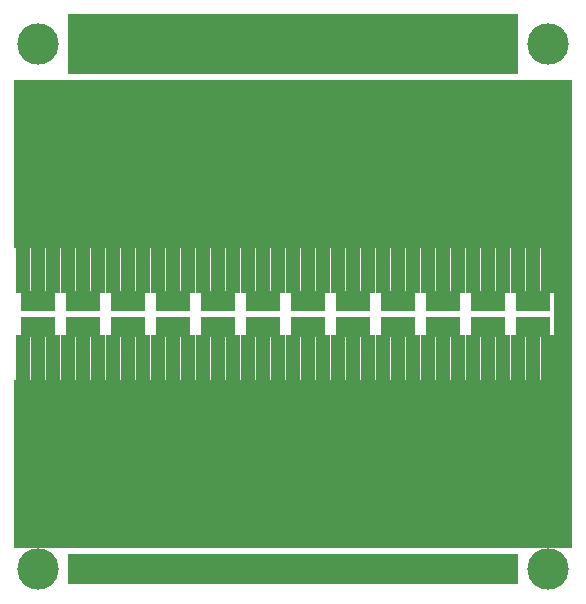
<source format=gts>
G04 (created by PCBNEW (2013-mar-13)-testing) date Sat 04 Jan 2014 11:19:26 PM CET*
%MOIN*%
G04 Gerber Fmt 3.4, Leading zero omitted, Abs format*
%FSLAX34Y34*%
G01*
G70*
G90*
G04 APERTURE LIST*
%ADD10C,0.005906*%
%ADD11R,0.042800X0.067200*%
%ADD12R,0.098700X0.098700*%
%ADD13R,0.059400X0.059400*%
%ADD14R,0.047000X0.161732*%
%ADD15C,0.138110*%
G04 APERTURE END LIST*
G54D10*
G54D11*
X51126Y-37933D03*
X51500Y-37933D03*
X51874Y-37933D03*
X51874Y-37067D03*
X51500Y-37067D03*
X51126Y-37067D03*
X60126Y-37933D03*
X60500Y-37933D03*
X60874Y-37933D03*
X60874Y-37067D03*
X60500Y-37067D03*
X60126Y-37067D03*
X67626Y-37933D03*
X68000Y-37933D03*
X68374Y-37933D03*
X68374Y-37067D03*
X68000Y-37067D03*
X67626Y-37067D03*
X66126Y-37933D03*
X66500Y-37933D03*
X66874Y-37933D03*
X66874Y-37067D03*
X66500Y-37067D03*
X66126Y-37067D03*
X64626Y-37933D03*
X65000Y-37933D03*
X65374Y-37933D03*
X65374Y-37067D03*
X65000Y-37067D03*
X64626Y-37067D03*
X63126Y-37933D03*
X63500Y-37933D03*
X63874Y-37933D03*
X63874Y-37067D03*
X63500Y-37067D03*
X63126Y-37067D03*
X61626Y-37933D03*
X62000Y-37933D03*
X62374Y-37933D03*
X62374Y-37067D03*
X62000Y-37067D03*
X61626Y-37067D03*
X58626Y-37933D03*
X59000Y-37933D03*
X59374Y-37933D03*
X59374Y-37067D03*
X59000Y-37067D03*
X58626Y-37067D03*
X57126Y-37933D03*
X57500Y-37933D03*
X57874Y-37933D03*
X57874Y-37067D03*
X57500Y-37067D03*
X57126Y-37067D03*
X55626Y-37933D03*
X56000Y-37933D03*
X56374Y-37933D03*
X56374Y-37067D03*
X56000Y-37067D03*
X55626Y-37067D03*
X54126Y-37933D03*
X54500Y-37933D03*
X54874Y-37933D03*
X54874Y-37067D03*
X54500Y-37067D03*
X54126Y-37067D03*
X52626Y-37933D03*
X53000Y-37933D03*
X53374Y-37933D03*
X53374Y-37067D03*
X53000Y-37067D03*
X52626Y-37067D03*
G54D12*
X53000Y-28000D03*
X54000Y-28000D03*
X55000Y-28000D03*
X56000Y-28000D03*
X57000Y-28000D03*
X58000Y-28000D03*
X59000Y-28000D03*
X60000Y-28000D03*
X61000Y-28000D03*
X62000Y-28000D03*
X63000Y-28000D03*
X64000Y-28000D03*
X65000Y-28000D03*
X66000Y-28000D03*
X67000Y-28000D03*
X63000Y-46000D03*
X64000Y-46000D03*
X62000Y-46000D03*
X61000Y-46000D03*
X60000Y-46000D03*
X59000Y-46000D03*
X58000Y-46000D03*
X53000Y-46000D03*
X54000Y-46000D03*
X55000Y-46000D03*
X56000Y-46000D03*
X57000Y-46000D03*
X65000Y-46000D03*
X66000Y-46000D03*
X67000Y-46000D03*
G54D13*
X51500Y-44500D03*
X51000Y-44500D03*
X51000Y-40000D03*
X51500Y-30500D03*
X51000Y-30500D03*
X52000Y-30500D03*
X52500Y-30500D03*
X53000Y-30500D03*
X53500Y-30500D03*
X54000Y-30500D03*
X54500Y-30500D03*
X55000Y-30500D03*
X55500Y-30500D03*
X57000Y-30500D03*
X57500Y-30500D03*
X58000Y-30500D03*
X58500Y-30500D03*
X59000Y-30500D03*
X59500Y-30500D03*
X60000Y-30500D03*
X60500Y-30500D03*
X61000Y-30500D03*
X62500Y-30500D03*
X63500Y-30500D03*
X64000Y-30500D03*
X66500Y-30500D03*
X67000Y-30500D03*
X68000Y-30500D03*
X56000Y-30500D03*
X68500Y-30500D03*
X67500Y-30500D03*
X66000Y-30500D03*
X65500Y-30500D03*
X65000Y-30500D03*
X64500Y-30500D03*
X63000Y-30500D03*
X62000Y-30500D03*
X61500Y-30500D03*
X68500Y-30000D03*
X68000Y-30000D03*
X67500Y-30000D03*
X67000Y-30000D03*
X66500Y-30000D03*
X66000Y-30000D03*
X65500Y-30000D03*
X65000Y-30000D03*
X56500Y-30500D03*
X64500Y-30000D03*
X64000Y-30000D03*
X63500Y-30000D03*
X63000Y-30000D03*
X62500Y-30000D03*
X62000Y-30000D03*
X61500Y-30000D03*
X61000Y-30000D03*
X60500Y-30000D03*
X60000Y-30000D03*
X59500Y-30000D03*
X59000Y-30000D03*
X58500Y-30000D03*
X58000Y-30000D03*
X57500Y-30000D03*
X57000Y-30000D03*
X56500Y-30000D03*
X56000Y-30000D03*
X55000Y-30000D03*
X55500Y-30000D03*
X54500Y-30000D03*
X54000Y-30000D03*
X53500Y-30000D03*
X53000Y-30000D03*
X52500Y-30000D03*
X52000Y-30000D03*
X51500Y-30000D03*
X51000Y-30000D03*
X52500Y-45000D03*
X55500Y-45000D03*
X56000Y-45000D03*
X56500Y-45000D03*
X57000Y-45000D03*
X57500Y-45000D03*
X61000Y-45000D03*
X66000Y-45000D03*
X67500Y-45000D03*
X68000Y-45000D03*
X68500Y-45000D03*
X51000Y-45000D03*
X67000Y-45000D03*
X66500Y-45000D03*
X65500Y-45000D03*
X65000Y-45000D03*
X64500Y-45000D03*
X64000Y-45000D03*
X63500Y-45000D03*
X63000Y-45000D03*
X62500Y-45000D03*
X62000Y-45000D03*
X61500Y-45000D03*
X60500Y-45000D03*
X60000Y-45000D03*
X59500Y-45000D03*
X59000Y-45000D03*
X58500Y-45000D03*
X58000Y-45000D03*
X55000Y-45000D03*
X54500Y-45000D03*
X54000Y-45000D03*
X53500Y-45000D03*
X53000Y-45000D03*
X52000Y-45000D03*
X51500Y-45000D03*
X53500Y-44500D03*
X60000Y-44500D03*
X60500Y-44500D03*
X64000Y-44500D03*
X64500Y-44500D03*
X66000Y-44500D03*
X67500Y-44500D03*
X68500Y-44500D03*
X68000Y-44500D03*
X67000Y-44500D03*
X66500Y-44500D03*
X65500Y-44500D03*
X59000Y-44500D03*
X58500Y-44500D03*
X58000Y-44500D03*
X57500Y-44500D03*
X57000Y-44500D03*
X56000Y-44500D03*
X55500Y-44500D03*
X55000Y-44500D03*
X54500Y-44500D03*
X54000Y-44500D03*
X53000Y-44500D03*
X65000Y-44500D03*
X63500Y-44500D03*
X63000Y-44500D03*
X62500Y-44500D03*
X62000Y-44500D03*
X61500Y-44500D03*
X61000Y-44500D03*
X52500Y-44500D03*
X52000Y-44500D03*
X56500Y-44500D03*
X59500Y-44500D03*
G54D14*
X51000Y-39000D03*
X51500Y-39000D03*
X52000Y-39000D03*
X52000Y-36000D03*
X51500Y-36000D03*
X51000Y-36000D03*
X58500Y-39000D03*
X59000Y-39000D03*
X59500Y-39000D03*
X59500Y-36000D03*
X59000Y-36000D03*
X58500Y-36000D03*
X57000Y-39000D03*
X57500Y-39000D03*
X58000Y-39000D03*
X58000Y-36000D03*
X57500Y-36000D03*
X57000Y-36000D03*
X60000Y-39000D03*
X60500Y-39000D03*
X61000Y-39000D03*
X61000Y-36000D03*
X60500Y-36000D03*
X60000Y-36000D03*
X52500Y-39000D03*
X53000Y-39000D03*
X53500Y-39000D03*
X53500Y-36000D03*
X53000Y-36000D03*
X52500Y-36000D03*
X61500Y-39000D03*
X62000Y-39000D03*
X62500Y-39000D03*
X62500Y-36000D03*
X62000Y-36000D03*
X61500Y-36000D03*
X63000Y-39000D03*
X63500Y-39000D03*
X64000Y-39000D03*
X64000Y-36000D03*
X63500Y-36000D03*
X63000Y-36000D03*
X55500Y-39000D03*
X56000Y-39000D03*
X56500Y-39000D03*
X56500Y-36000D03*
X56000Y-36000D03*
X55500Y-36000D03*
X64500Y-39000D03*
X65000Y-39000D03*
X65500Y-39000D03*
X65500Y-36000D03*
X65000Y-36000D03*
X64500Y-36000D03*
X66000Y-39000D03*
X66500Y-39000D03*
X67000Y-39000D03*
X67000Y-36000D03*
X66500Y-36000D03*
X66000Y-36000D03*
X54000Y-39000D03*
X54500Y-39000D03*
X55000Y-39000D03*
X55000Y-36000D03*
X54500Y-36000D03*
X54000Y-36000D03*
X67500Y-39000D03*
X68000Y-39000D03*
X68500Y-39000D03*
X68500Y-36000D03*
X68000Y-36000D03*
X67500Y-36000D03*
G54D15*
X51500Y-46000D03*
X68500Y-46000D03*
X51500Y-28500D03*
X68500Y-28500D03*
G54D13*
X51000Y-40500D03*
X51500Y-40000D03*
X52000Y-40000D03*
X51500Y-40500D03*
X52000Y-40500D03*
X52500Y-40000D03*
X52500Y-40500D03*
X51000Y-41000D03*
X51000Y-41500D03*
X51000Y-42000D03*
X51000Y-42500D03*
X51000Y-43000D03*
X51000Y-43500D03*
X51000Y-44000D03*
X51500Y-41000D03*
X51500Y-41500D03*
X51500Y-42000D03*
X51500Y-42500D03*
X51500Y-43000D03*
X51500Y-43500D03*
X51500Y-44000D03*
X52000Y-44000D03*
X52000Y-43500D03*
X52000Y-43000D03*
X52000Y-42500D03*
X52000Y-42000D03*
X52000Y-41000D03*
X52000Y-41500D03*
X52500Y-41000D03*
X52500Y-41500D03*
X52500Y-44000D03*
X52500Y-43500D03*
X52500Y-43000D03*
X52500Y-42000D03*
X52500Y-42500D03*
X53000Y-40000D03*
X53000Y-40500D03*
X53000Y-41000D03*
X53000Y-41500D03*
X53000Y-42000D03*
X53000Y-42500D03*
X53000Y-43000D03*
X53000Y-43500D03*
X53000Y-44000D03*
X53500Y-44000D03*
X54000Y-44000D03*
X53500Y-43500D03*
X54000Y-43000D03*
X54000Y-43500D03*
X56000Y-41500D03*
X55000Y-42000D03*
X55500Y-42000D03*
X54000Y-40500D03*
X55000Y-40500D03*
X54000Y-41000D03*
X53500Y-42000D03*
X55000Y-41500D03*
X55000Y-41000D03*
X54000Y-40000D03*
X53500Y-40000D03*
X53500Y-40500D03*
X53500Y-41000D03*
X53500Y-41500D03*
X54500Y-42500D03*
X54500Y-41500D03*
X53500Y-43000D03*
X53500Y-42500D03*
X54000Y-42500D03*
X54000Y-42000D03*
X54000Y-41500D03*
X54500Y-42000D03*
X54500Y-40000D03*
X54500Y-40500D03*
X54500Y-41000D03*
X55000Y-40000D03*
X55500Y-40000D03*
X55500Y-40500D03*
X55500Y-41000D03*
X54500Y-43000D03*
X54500Y-43500D03*
X54500Y-44000D03*
X55000Y-42500D03*
X55500Y-42500D03*
X55500Y-43000D03*
X55000Y-43000D03*
X55500Y-43500D03*
X55000Y-43500D03*
X55500Y-44000D03*
X55000Y-44000D03*
X56000Y-44000D03*
X56000Y-43500D03*
X56000Y-42000D03*
X56000Y-42500D03*
X56000Y-43000D03*
X56000Y-40000D03*
X56000Y-40500D03*
X56000Y-41000D03*
X56500Y-44000D03*
X56500Y-43500D03*
X56500Y-43000D03*
X56500Y-42500D03*
X56500Y-42000D03*
X56500Y-41500D03*
X56500Y-40000D03*
X56500Y-40500D03*
X56500Y-41000D03*
X57000Y-40000D03*
X57000Y-40500D03*
X57000Y-41000D03*
X57000Y-41500D03*
X57000Y-42000D03*
X57000Y-42500D03*
X57000Y-43000D03*
X57000Y-43500D03*
X57000Y-44000D03*
X57500Y-44000D03*
X57500Y-43500D03*
X57500Y-43000D03*
X57500Y-42500D03*
X57500Y-42000D03*
X57500Y-41500D03*
X57500Y-41000D03*
X57500Y-40500D03*
X57500Y-40000D03*
X58000Y-40000D03*
X58000Y-40500D03*
X58000Y-41000D03*
X58000Y-41500D03*
X58000Y-42000D03*
X58000Y-42500D03*
X58000Y-43000D03*
X58000Y-43500D03*
X58000Y-44000D03*
X58500Y-44000D03*
X58500Y-43500D03*
X58500Y-43000D03*
X58500Y-42500D03*
X58500Y-42000D03*
X58500Y-41500D03*
X58500Y-41000D03*
X58500Y-40500D03*
X58500Y-40000D03*
X59000Y-43500D03*
X59000Y-44000D03*
X59000Y-43000D03*
X59500Y-42500D03*
X59000Y-42000D03*
X55500Y-41500D03*
X59000Y-41500D03*
X59000Y-41000D03*
X59000Y-40500D03*
X59000Y-40000D03*
X59500Y-44000D03*
X60000Y-44000D03*
X59500Y-43500D03*
X60000Y-43500D03*
X59500Y-43000D03*
X60000Y-43000D03*
X59000Y-42500D03*
X60000Y-42500D03*
X59500Y-42000D03*
X60000Y-42000D03*
X59500Y-41500D03*
X60000Y-41500D03*
X59500Y-41000D03*
X60000Y-41000D03*
X59500Y-40500D03*
X60000Y-40500D03*
X59500Y-40000D03*
X60000Y-40000D03*
X60500Y-44000D03*
X60500Y-43500D03*
X61000Y-44000D03*
X60500Y-43000D03*
X61000Y-43500D03*
X60500Y-42500D03*
X61500Y-44000D03*
X68500Y-44000D03*
X68500Y-40000D03*
X68500Y-40500D03*
X68000Y-40000D03*
X68000Y-40500D03*
X67500Y-40000D03*
X67500Y-40500D03*
X67000Y-40000D03*
X67000Y-40500D03*
X66500Y-40000D03*
X66500Y-40500D03*
X68500Y-41000D03*
X66000Y-42000D03*
X68500Y-42000D03*
X68500Y-42500D03*
X69000Y-31000D03*
X68500Y-43000D03*
X68500Y-43500D03*
X68000Y-41500D03*
X68000Y-42500D03*
X67500Y-42000D03*
X67500Y-42500D03*
X67500Y-41000D03*
X67500Y-41500D03*
X69000Y-32500D03*
X67000Y-41000D03*
X67000Y-41500D03*
X66500Y-41000D03*
X66500Y-41500D03*
X66500Y-42000D03*
X67000Y-42000D03*
X66500Y-42500D03*
X67000Y-42500D03*
X69000Y-37000D03*
X69000Y-35500D03*
X69000Y-34000D03*
X68000Y-43000D03*
X67500Y-43000D03*
X68000Y-43500D03*
X67500Y-43500D03*
X68000Y-44000D03*
X67500Y-44000D03*
X67000Y-43000D03*
X66500Y-43000D03*
X66000Y-40000D03*
X66000Y-40500D03*
X66000Y-41000D03*
X65500Y-41000D03*
X66000Y-41500D03*
X65500Y-41500D03*
X68500Y-41500D03*
X65500Y-42000D03*
X65500Y-40500D03*
X65500Y-40000D03*
X66000Y-42500D03*
X65500Y-42500D03*
X69000Y-40000D03*
X69000Y-38500D03*
X67000Y-43500D03*
X67000Y-44000D03*
X66500Y-43500D03*
X66500Y-44000D03*
X66000Y-43000D03*
X65500Y-43000D03*
X66000Y-44000D03*
X66000Y-43500D03*
X65500Y-44000D03*
X65500Y-43500D03*
X65000Y-40000D03*
X65000Y-40500D03*
X64500Y-40000D03*
X64500Y-40500D03*
X64000Y-40000D03*
X63500Y-40000D03*
X63000Y-40000D03*
X62500Y-40000D03*
X62000Y-40000D03*
X61000Y-40000D03*
X60500Y-40000D03*
X61500Y-40000D03*
X60500Y-40500D03*
X60500Y-41000D03*
X60500Y-41500D03*
X61000Y-40500D03*
X61000Y-41000D03*
X61500Y-40500D03*
X62000Y-40500D03*
X61500Y-41000D03*
X61000Y-41500D03*
X62500Y-40500D03*
X64000Y-40500D03*
X63500Y-40500D03*
X63000Y-40500D03*
X62000Y-41000D03*
X61500Y-41500D03*
X60500Y-42000D03*
X61000Y-42000D03*
X61000Y-42500D03*
X61000Y-43000D03*
X61500Y-42000D03*
X61500Y-42500D03*
X61500Y-43000D03*
X61500Y-43500D03*
X62500Y-41000D03*
X62000Y-41500D03*
X63000Y-41000D03*
X63500Y-41000D03*
X64500Y-41000D03*
X65000Y-41000D03*
X64000Y-41000D03*
X65000Y-41500D03*
X64500Y-41500D03*
X64000Y-41500D03*
X63500Y-41500D03*
X62500Y-41500D03*
X63000Y-41500D03*
X65000Y-42000D03*
X64500Y-42000D03*
X63500Y-42000D03*
X64000Y-42000D03*
X68000Y-41000D03*
X62000Y-42000D03*
X62500Y-42000D03*
X63000Y-42000D03*
X62000Y-42500D03*
X62500Y-42500D03*
X63000Y-42500D03*
X64000Y-42500D03*
X63500Y-42500D03*
X64500Y-42500D03*
X65000Y-42500D03*
X68000Y-42000D03*
X69000Y-41500D03*
X62000Y-44000D03*
X62000Y-43500D03*
X62000Y-43000D03*
X62500Y-43000D03*
X63000Y-44000D03*
X62500Y-44000D03*
X62500Y-43500D03*
X63500Y-43500D03*
X63000Y-43500D03*
X63000Y-43000D03*
X69000Y-45000D03*
X69000Y-44500D03*
X69000Y-43000D03*
X65000Y-43000D03*
X65000Y-44000D03*
X65000Y-43500D03*
X63500Y-43000D03*
X64500Y-43000D03*
X64000Y-43000D03*
X64500Y-43500D03*
X64000Y-44000D03*
X64000Y-43500D03*
X64500Y-44000D03*
X63500Y-44000D03*
X51000Y-31000D03*
X51500Y-31000D03*
X52000Y-31000D03*
X52500Y-31000D03*
X53000Y-31000D03*
X53500Y-31000D03*
X54000Y-31000D03*
X54500Y-31000D03*
X55000Y-31000D03*
X55500Y-31000D03*
X56000Y-31000D03*
X56500Y-31000D03*
X57000Y-31000D03*
X57500Y-31000D03*
X58000Y-31000D03*
X58500Y-31000D03*
X59000Y-31000D03*
X59500Y-31000D03*
X55500Y-31500D03*
X55000Y-31500D03*
X54500Y-31500D03*
X54000Y-31500D03*
X53500Y-31500D03*
X53000Y-31500D03*
X52500Y-31500D03*
X51500Y-31500D03*
X52000Y-31500D03*
X51000Y-31500D03*
X51000Y-32000D03*
X51000Y-32500D03*
X51000Y-33000D03*
X51500Y-32000D03*
X51000Y-35000D03*
X51000Y-34000D03*
X51000Y-33500D03*
X51000Y-34500D03*
X52000Y-32000D03*
X52500Y-32000D03*
X53000Y-32000D03*
X53500Y-32000D03*
X54000Y-32000D03*
X54500Y-32000D03*
X51500Y-32500D03*
X52000Y-32500D03*
X53000Y-32500D03*
X52500Y-32500D03*
X53500Y-32500D03*
X51500Y-33000D03*
X51500Y-35000D03*
X51500Y-34000D03*
X51500Y-33500D03*
X52000Y-34500D03*
X51500Y-34500D03*
X52000Y-33000D03*
X52000Y-33500D03*
X52000Y-34000D03*
X52000Y-35000D03*
X52500Y-33000D03*
X52500Y-33500D03*
X52500Y-34000D03*
X53000Y-33000D03*
X53500Y-33000D03*
X52500Y-35000D03*
X52500Y-34500D03*
X53000Y-35000D03*
X53000Y-34500D03*
X53000Y-33500D03*
X53000Y-34000D03*
X54000Y-35000D03*
X53500Y-35000D03*
X53500Y-34500D03*
X53500Y-34000D03*
X53500Y-33500D03*
X54000Y-32500D03*
X54000Y-33000D03*
X54000Y-33500D03*
X54000Y-34000D03*
X54000Y-34500D03*
X55000Y-32000D03*
X61000Y-31000D03*
X60500Y-31000D03*
X60000Y-31000D03*
X60000Y-31500D03*
X59000Y-31500D03*
X59500Y-31500D03*
X58500Y-31500D03*
X58000Y-31500D03*
X56500Y-31500D03*
X55500Y-32500D03*
X56000Y-33000D03*
X57000Y-32500D03*
X58500Y-33000D03*
X55500Y-34000D03*
X57000Y-34000D03*
X58000Y-34500D03*
X58500Y-34000D03*
X56000Y-31500D03*
X57500Y-31500D03*
X57000Y-31500D03*
X55500Y-32000D03*
X56000Y-32000D03*
X57500Y-32000D03*
X54500Y-35000D03*
X54500Y-32500D03*
X56500Y-32000D03*
X57000Y-32000D03*
X54500Y-33500D03*
X55000Y-35000D03*
X61000Y-35000D03*
X60500Y-35000D03*
X60000Y-35000D03*
X59500Y-35000D03*
X59000Y-35000D03*
X58500Y-35000D03*
X58000Y-35000D03*
X57500Y-35000D03*
X57000Y-35000D03*
X56500Y-35000D03*
X56000Y-35000D03*
X55500Y-35000D03*
X54500Y-34500D03*
X61000Y-34500D03*
X60500Y-34500D03*
X60000Y-34500D03*
X59500Y-34000D03*
X59500Y-34500D03*
X59000Y-34500D03*
X58500Y-34500D03*
X58000Y-34000D03*
X59000Y-34000D03*
X57500Y-34500D03*
X57000Y-34500D03*
X56500Y-34500D03*
X56000Y-34500D03*
X55500Y-34500D03*
X55000Y-34500D03*
X55000Y-34000D03*
X54500Y-34000D03*
X56000Y-34000D03*
X56500Y-34000D03*
X57500Y-34000D03*
X55000Y-33500D03*
X55500Y-33500D03*
X56000Y-33500D03*
X56500Y-33500D03*
X57000Y-33500D03*
X57500Y-33500D03*
X54500Y-33000D03*
X55000Y-33000D03*
X55000Y-32500D03*
X55500Y-33000D03*
X56000Y-32500D03*
X56500Y-33000D03*
X56500Y-32500D03*
X57000Y-33000D03*
X57500Y-33000D03*
X57500Y-32500D03*
X58000Y-32000D03*
X58000Y-32500D03*
X58000Y-33000D03*
X58000Y-33500D03*
X58500Y-33500D03*
X58500Y-32000D03*
X59000Y-32000D03*
X60000Y-32000D03*
X59500Y-32000D03*
X58500Y-32500D03*
X59000Y-32500D03*
X59000Y-33000D03*
X59000Y-33500D03*
X59500Y-33500D03*
X60000Y-34000D03*
X59500Y-33000D03*
X59500Y-32500D03*
X60000Y-32500D03*
X60000Y-33000D03*
X60000Y-33500D03*
X60500Y-34000D03*
X60500Y-31500D03*
X61000Y-31500D03*
X60500Y-32000D03*
X61000Y-32000D03*
X60500Y-33500D03*
X60500Y-33000D03*
X60500Y-32500D03*
X61000Y-32500D03*
X61000Y-33000D03*
X61000Y-33500D03*
X61000Y-34000D03*
X61500Y-35000D03*
X61500Y-34500D03*
X61500Y-34000D03*
X61500Y-31000D03*
X61500Y-31500D03*
X61500Y-32000D03*
X61500Y-32500D03*
X61500Y-33500D03*
X61500Y-33000D03*
X62000Y-35000D03*
X62500Y-35000D03*
X63000Y-35000D03*
X63500Y-35000D03*
X64000Y-35000D03*
X64500Y-35000D03*
X62000Y-34500D03*
X62000Y-31000D03*
X62000Y-31500D03*
X62000Y-32000D03*
X62000Y-32500D03*
X62000Y-33000D03*
X62000Y-33500D03*
X62000Y-34000D03*
X62500Y-31000D03*
X62500Y-31500D03*
X62500Y-32000D03*
X62500Y-32500D03*
X62500Y-33000D03*
X62500Y-33500D03*
X63000Y-34000D03*
X62500Y-34000D03*
X62500Y-34500D03*
X63000Y-34500D03*
X63000Y-33500D03*
X63000Y-33000D03*
X63000Y-32500D03*
X63000Y-32000D03*
X63000Y-31000D03*
X63000Y-31500D03*
X63500Y-31000D03*
X63500Y-31500D03*
X63500Y-32000D03*
X63500Y-33000D03*
X63500Y-32500D03*
X63500Y-33500D03*
X63500Y-34000D03*
X63500Y-34500D03*
X64000Y-34500D03*
X64000Y-34000D03*
X64000Y-33500D03*
X64000Y-32500D03*
X64000Y-33000D03*
X69000Y-44000D03*
X69000Y-43500D03*
X64000Y-32000D03*
X64000Y-31500D03*
X64000Y-31000D03*
X64500Y-31000D03*
X64500Y-31500D03*
X64500Y-32000D03*
X69000Y-42000D03*
X69000Y-42500D03*
X64500Y-32500D03*
X64500Y-33500D03*
X64500Y-33000D03*
X64500Y-34500D03*
X64500Y-34000D03*
X65000Y-35000D03*
X65000Y-34500D03*
X65000Y-34000D03*
X65000Y-33500D03*
X65500Y-33000D03*
X65000Y-32500D03*
X69000Y-41000D03*
X69000Y-40500D03*
X65000Y-32000D03*
X65000Y-31000D03*
X65000Y-31500D03*
X65500Y-31000D03*
X66000Y-31000D03*
X66500Y-31000D03*
X67000Y-31000D03*
X67500Y-31000D03*
X68500Y-31000D03*
X68000Y-31000D03*
X68500Y-31500D03*
X68000Y-31500D03*
X67500Y-31500D03*
X67000Y-31500D03*
X66500Y-31500D03*
X65500Y-31500D03*
X66000Y-31500D03*
X68500Y-32000D03*
X68000Y-32000D03*
X67500Y-32000D03*
X67000Y-32000D03*
X65500Y-32000D03*
X66000Y-32000D03*
X66500Y-32000D03*
X69000Y-39000D03*
X69000Y-30000D03*
X69000Y-31500D03*
X69000Y-34500D03*
X69000Y-33000D03*
X69000Y-37500D03*
X69000Y-36000D03*
X65500Y-35000D03*
X68500Y-35000D03*
X68000Y-35000D03*
X67500Y-35000D03*
X67000Y-35000D03*
X66500Y-35000D03*
X66000Y-35000D03*
X69000Y-39500D03*
X65500Y-32500D03*
X65000Y-33000D03*
X65500Y-33500D03*
X65500Y-34000D03*
X65500Y-34500D03*
X66000Y-34500D03*
X66000Y-34000D03*
X69000Y-38000D03*
X69000Y-36500D03*
X69000Y-35000D03*
X66000Y-32500D03*
X66000Y-33000D03*
X66000Y-33500D03*
X66500Y-32500D03*
X66500Y-33000D03*
X66500Y-33500D03*
X66500Y-34000D03*
X66500Y-34500D03*
X67000Y-34500D03*
X67000Y-34000D03*
X67000Y-33500D03*
X69000Y-33500D03*
X69000Y-30500D03*
X69000Y-32000D03*
X67000Y-32500D03*
X67000Y-33000D03*
X67500Y-32500D03*
X68000Y-32500D03*
X68500Y-32500D03*
X67500Y-33000D03*
X67500Y-33500D03*
X68000Y-33000D03*
X68000Y-33500D03*
X68500Y-33000D03*
X68500Y-33500D03*
X67500Y-34000D03*
X67500Y-34500D03*
X68000Y-34000D03*
X68500Y-34000D03*
X68500Y-34500D03*
X68000Y-34500D03*
G54D12*
X53000Y-29000D03*
X54000Y-29000D03*
X55000Y-29000D03*
X56000Y-29000D03*
X57000Y-29000D03*
X59000Y-29000D03*
X58000Y-29000D03*
X61000Y-29000D03*
X60000Y-29000D03*
X67000Y-29000D03*
X66000Y-29000D03*
X65000Y-29000D03*
X64000Y-29000D03*
X63000Y-29000D03*
X62000Y-29000D03*
M02*

</source>
